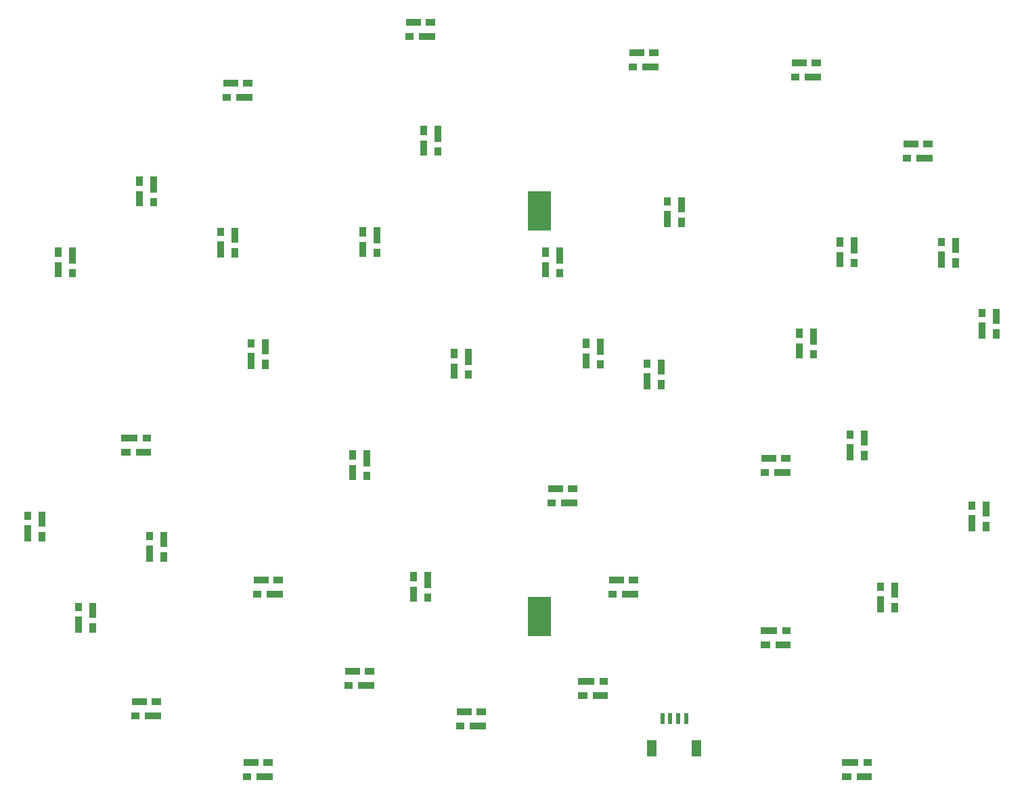
<source format=gbp>
G04 EAGLE Gerber RS-274X export*
G75*
%MOMM*%
%FSLAX34Y34*%
%LPD*%
%INSolderpaste Bottom*%
%IPPOS*%
%AMOC8*
5,1,8,0,0,1.08239X$1,22.5*%
G01*
%ADD10R,0.850000X1.900000*%
%ADD11R,0.850000X1.000000*%
%ADD12R,0.850000X1.150000*%
%ADD13R,0.850000X2.000000*%
%ADD14R,1.900000X0.850000*%
%ADD15R,1.000000X0.850000*%
%ADD16R,1.150000X0.850000*%
%ADD17R,2.000000X0.850000*%
%ADD18R,1.200000X2.000000*%
%ADD19R,0.600000X1.350000*%
%ADD20R,3.000000X5.000000*%


D10*
X130950Y702200D03*
D11*
X148450Y697700D03*
D12*
X130950Y723950D03*
D13*
X148450Y719700D03*
D10*
X232550Y791100D03*
D11*
X250050Y786600D03*
D12*
X232550Y812850D03*
D13*
X250050Y808600D03*
D14*
X346600Y935850D03*
D15*
X342100Y918350D03*
D16*
X368350Y935850D03*
D17*
X364100Y918350D03*
D10*
X351650Y745600D03*
D11*
X334150Y750100D03*
D12*
X351650Y723850D03*
D13*
X334150Y728100D03*
D10*
X389750Y605900D03*
D11*
X372250Y610400D03*
D12*
X389750Y584150D03*
D13*
X372250Y588400D03*
D14*
X237600Y473850D03*
D15*
X242100Y491350D03*
D16*
X215850Y473850D03*
D17*
X220100Y491350D03*
D10*
X110350Y390000D03*
D11*
X92850Y394500D03*
D12*
X110350Y368250D03*
D13*
X92850Y372500D03*
D10*
X262750Y364600D03*
D11*
X245250Y369100D03*
D12*
X262750Y342850D03*
D13*
X245250Y347100D03*
D10*
X173850Y275700D03*
D11*
X156350Y280200D03*
D12*
X173850Y253950D03*
D13*
X156350Y258200D03*
D14*
X232300Y161150D03*
D15*
X227800Y143650D03*
D16*
X254050Y161150D03*
D17*
X249800Y143650D03*
D14*
X372000Y84950D03*
D15*
X367500Y67450D03*
D16*
X393750Y84950D03*
D17*
X389500Y67450D03*
D14*
X384700Y313550D03*
D15*
X380200Y296050D03*
D16*
X406450Y313550D03*
D17*
X402200Y296050D03*
D14*
X499000Y199250D03*
D15*
X494500Y181750D03*
D16*
X520750Y199250D03*
D17*
X516500Y181750D03*
D14*
X638700Y148450D03*
D15*
X634200Y130950D03*
D16*
X660450Y148450D03*
D17*
X656200Y130950D03*
D10*
X575450Y295800D03*
D11*
X592950Y291300D03*
D12*
X575450Y317550D03*
D13*
X592950Y313300D03*
D10*
X499250Y448200D03*
D11*
X516750Y443700D03*
D12*
X499250Y469950D03*
D13*
X516750Y465700D03*
D10*
X626250Y575200D03*
D11*
X643750Y570700D03*
D12*
X626250Y596950D03*
D13*
X643750Y592700D03*
D10*
X511950Y727600D03*
D11*
X529450Y723100D03*
D12*
X511950Y749350D03*
D13*
X529450Y745100D03*
D10*
X588150Y854600D03*
D11*
X605650Y850100D03*
D12*
X588150Y876350D03*
D13*
X605650Y872100D03*
D14*
X575200Y1012050D03*
D15*
X570700Y994550D03*
D16*
X596950Y1012050D03*
D17*
X592700Y994550D03*
D14*
X753000Y427850D03*
D15*
X748500Y410350D03*
D16*
X774750Y427850D03*
D17*
X770500Y410350D03*
D10*
X791350Y587900D03*
D11*
X808850Y583400D03*
D12*
X791350Y609650D03*
D13*
X808850Y605400D03*
D10*
X740550Y702200D03*
D11*
X758050Y697700D03*
D12*
X740550Y723950D03*
D13*
X758050Y719700D03*
D14*
X854600Y973950D03*
D15*
X850100Y956450D03*
D16*
X876350Y973950D03*
D17*
X872100Y956450D03*
D10*
X910450Y783700D03*
D11*
X892950Y788200D03*
D12*
X910450Y761950D03*
D13*
X892950Y766200D03*
D10*
X885050Y580500D03*
D11*
X867550Y585000D03*
D12*
X885050Y558750D03*
D13*
X867550Y563000D03*
D14*
X829200Y313550D03*
D15*
X824700Y296050D03*
D16*
X850950Y313550D03*
D17*
X846700Y296050D03*
D14*
X1019700Y465950D03*
D15*
X1015200Y448450D03*
D16*
X1041450Y465950D03*
D17*
X1037200Y448450D03*
D10*
X1058050Y600600D03*
D11*
X1075550Y596100D03*
D12*
X1058050Y622350D03*
D13*
X1075550Y618100D03*
D10*
X1108850Y714900D03*
D11*
X1126350Y710400D03*
D12*
X1108850Y736650D03*
D13*
X1126350Y732400D03*
D14*
X1057800Y961250D03*
D15*
X1053300Y943750D03*
D16*
X1079550Y961250D03*
D17*
X1075300Y943750D03*
D14*
X1197500Y859650D03*
D15*
X1193000Y842150D03*
D16*
X1219250Y859650D03*
D17*
X1215000Y842150D03*
D10*
X1253350Y732900D03*
D11*
X1235850Y737400D03*
D12*
X1253350Y711150D03*
D13*
X1235850Y715400D03*
D10*
X1304150Y644000D03*
D11*
X1286650Y648500D03*
D12*
X1304150Y622250D03*
D13*
X1286650Y626500D03*
D10*
X1139050Y491600D03*
D11*
X1121550Y496100D03*
D12*
X1139050Y469850D03*
D13*
X1121550Y474100D03*
D10*
X1291450Y402700D03*
D11*
X1273950Y407200D03*
D12*
X1291450Y380950D03*
D13*
X1273950Y385200D03*
D10*
X1177150Y301100D03*
D11*
X1159650Y305600D03*
D12*
X1177150Y279350D03*
D13*
X1159650Y283600D03*
D14*
X1139300Y67450D03*
D15*
X1143800Y84950D03*
D16*
X1117550Y67450D03*
D17*
X1121800Y84950D03*
D14*
X1037700Y232550D03*
D15*
X1042200Y250050D03*
D16*
X1015950Y232550D03*
D17*
X1020200Y250050D03*
D14*
X809100Y169050D03*
D15*
X813600Y186550D03*
D16*
X787350Y169050D03*
D17*
X791600Y186550D03*
D18*
X929700Y102950D03*
X873700Y102950D03*
D19*
X916700Y139700D03*
X906700Y139700D03*
X896700Y139700D03*
X886700Y139700D03*
D20*
X732790Y775953D03*
X732790Y267953D03*
M02*

</source>
